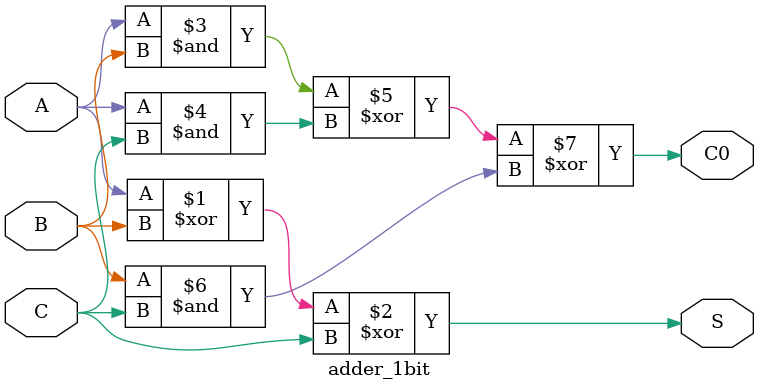
<source format=v>
`timescale 1ns / 1ps
module adder_1bit(
	input wire A, B, C,
	output wire S, C0
    );
	 
	 assign S = A ^ B ^ C;
	 
	 assign C0 = (A & B) ^ (A & C) ^ (B & C);


endmodule

</source>
